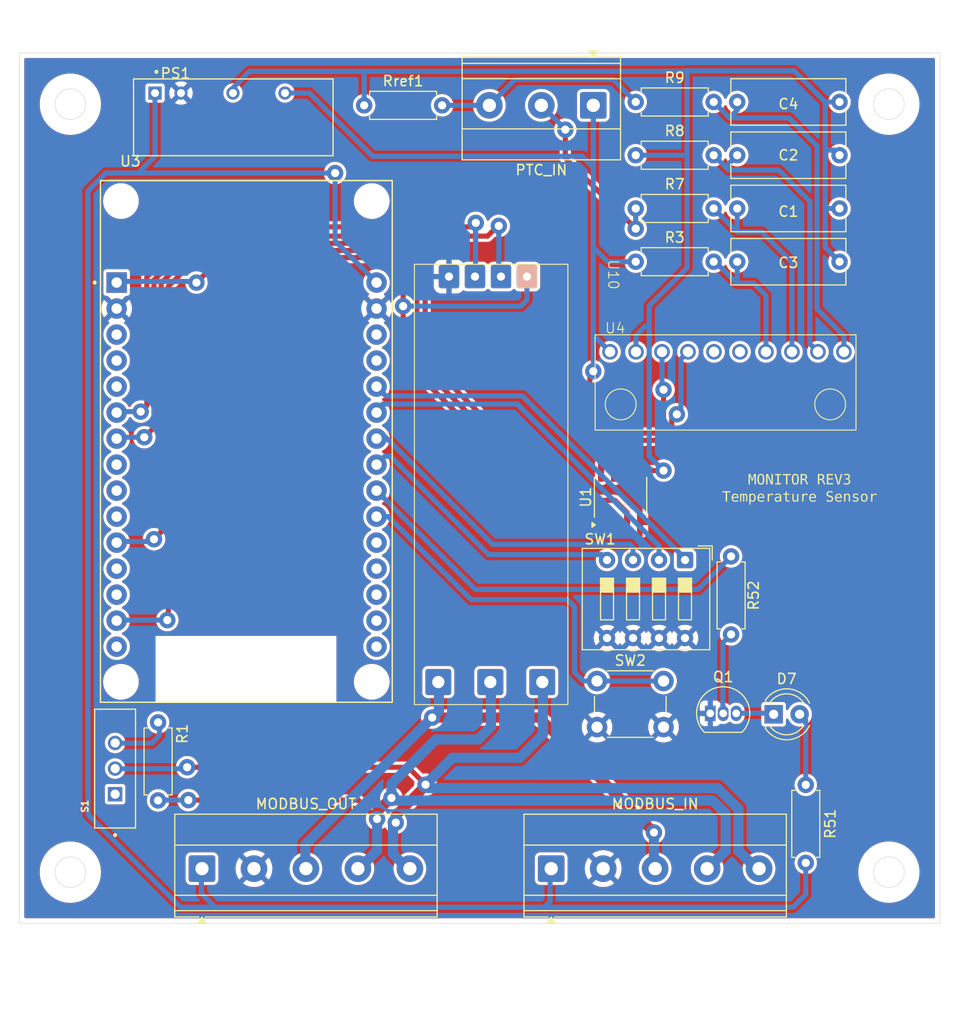
<source format=kicad_pcb>
(kicad_pcb (version 20241229) (generator "pcbnew") (generator_version "9.0")
  (layers (0 "F.Cu" signal) (2 "B.Cu" signal) (13 "F.Paste" user) (15 "B.Paste" user) (5 "F.SilkS" user "F.Silkscreen") (7 "B.SilkS" user "B.Silkscreen") (1 "F.Mask" user) (3 "B.Mask" user) (25 "Edge.Cuts" user))
  (net 0 "")
  (net 1 "GND_T")
  (net 2 "Net-(D7-A)")
  (net 3 "Net-(D7-K)")
  (net 4 "5V_ISO")
  (net 5 "GND_ISO")
  (net 6 "485+")
  (net 7 "485-")
  (net 8 "SDA_H")
  (net 9 "TX")
  (net 10 "GND")
  (net 11 "3V3")
  (net 12 "5V")
  (net 13 "SDA")
  (net 14 "RX")
  (net 15 "SCL_H")
  (net 16 "SCL")
  (net 17 "DIP_2")
  (net 18 "ALE")
  (net 19 "LED")
  (net 20 "BUTTOM")
  (net 21 "DIP_1")
  (net 22 "DIP_4")
  (net 23 "DIP_3")
  (net 24 "SIGNAL_OUT2")
  (net 25 "SIGNAL_OUT3")
  (net 26 "SIGNAL_OUT1")
  (net 27 "Net-(Q1-B)")
  (net 28 "ALE_H")
  (net 29 "Net-(R1-Pad1)")
  (net 47 "SIGNAL_OUT4")
  (net 48 "SIGNAL_2")
  (net 49 "SIGNAL_4")
  (footprint "ads1015:ADS1015" (layer "F.Cu") (at 141.76 71.54)
    (property "Reference" "U4" (at -10.28 3.35 0) (layer "F.SilkS") (effects (font (thickness 0.1))))
    (property "Value" "ADS1015")
    (pad "1" thru_hole circle (at -0.63 5.66) (size 1.524 1.524) (drill 1.016) (layers "*.Cu" "*.Mask"))
    (pad "2" thru_hole circle (at 1.91 5.66) (size 1.524 1.524) (drill 1.016) (layers "*.Cu" "*.Mask") (net 28 "ALE_H"))
    (pad "3" thru_hole circle (at -8.25 5.66) (size 1.524 1.524) (drill 1.016) (layers "*.Cu" "*.Mask") (net 5 "GND_ISO"))
    (pad "4" thru_hole circle (at 4.45 5.66) (size 1.524 1.524) (drill 1.016) (layers "*.Cu" "*.Mask") (net 26 "SIGNAL_OUT1"))
    (pad "5" thru_hole circle (at 6.99 5.66) (size 1.524 1.524) (drill 1.016) (layers "*.Cu" "*.Mask") (net 24 "SIGNAL_OUT2"))
    (pad "6" thru_hole circle (at 9.53 5.66) (size 1.524 1.524) (drill 1.016) (layers "*.Cu" "*.Mask") (net 25 "SIGNAL_OUT3"))
    (pad "7" thru_hole circle (at 12.07 5.66) (size 1.524 1.524) (drill 1.016) (layers "*.Cu" "*.Mask") (net 47 "SIGNAL_OUT4"))
    (pad "8" thru_hole circle (at -10.79 5.66) (size 1.524 1.524) (drill 1.016) (layers "*.Cu" "*.Mask") (net 4 "5V_ISO"))
    (pad "9" thru_hole circle (at -3.17 5.66) (size 1.524 1.524) (drill 1.016) (layers "*.Cu" "*.Mask") (net 8 "SDA_H"))
    (pad "10" thru_hole circle (at -5.71 5.66) (size 1.524 1.524) (drill 1.016) (layers "*.Cu" "*.Mask") (net 15 "SCL_H"))
  )
  (footprint "Package_TO_SOT_THT:TO-92_Inline" (layer "F.Cu") (at 140.76 112.51)
    (property "Reference" "Q1" (at 1.27 -3.56 0) (layer "F.SilkS"))
    (property "Value" "PN2222A")
    (pad "1" thru_hole rect (at 0 0) (size 1.05 1.5) (drill 0.75) (layers "*.Cu" "*.Mask") (net 10 "GND"))
    (pad "2" thru_hole oval (at 1.27 0) (size 1.05 1.5) (drill 0.75) (layers "*.Cu" "*.Mask") (net 27 "Net-(Q1-B)"))
    (pad "3" thru_hole oval (at 2.54 0) (size 1.05 1.5) (drill 0.75) (layers "*.Cu" "*.Mask") (net 3 "Net-(D7-K)"))
  )
  (footprint "Capacitor_THT:C_Rect_L11.0mm_W4.3mm_P10.00mm_MKT" (layer "F.Cu") (at 153.4 63.2 180)
    (property "Reference" "C1" (at 5 -0.3 0) (layer "F.SilkS"))
    (property "Value" "100nF")
    (pad "1" thru_hole circle (at 0 0 180) (size 1.6 1.6) (drill 0.8) (layers "*.Cu" "*.Mask") (net 5 "GND_ISO"))
    (pad "2" thru_hole circle (at 10 0 180) (size 1.6 1.6) (drill 0.8) (layers "*.Cu" "*.Mask") (net 24 "SIGNAL_OUT2"))
  )
  (footprint "Package_SO:SOIC-8_3.9x4.9mm_P1.27mm" (layer "F.Cu") (at 132 91.4 90)
    (property "Reference" "U1" (at 0 -3.4 90) (layer "F.SilkS"))
    (property "Value" "ADuM1201AR")
    (pad "1" smd roundrect (at -2.475 -1.905 90) (size 1.95 0.6) (layers "F.Cu" "F.Mask" "F.Paste") (net 11 "3V3"))
    (pad "2" smd roundrect (at -2.475 -0.635 90) (size 1.95 0.6) (layers "F.Cu" "F.Mask" "F.Paste") (net 16 "SCL"))
    (pad "3" smd roundrect (at -2.475 0.635 90) (size 1.95 0.6) (layers "F.Cu" "F.Mask" "F.Paste") (net 13 "SDA"))
    (pad "4" smd roundrect (at -2.475 1.905 90) (size 1.95 0.6) (layers "F.Cu" "F.Mask" "F.Paste") (net 10 "GND"))
    (pad "5" smd roundrect (at 2.475 1.905 90) (size 1.95 0.6) (layers "F.Cu" "F.Mask" "F.Paste") (net 5 "GND_ISO"))
    (pad "6" smd roundrect (at 2.475 0.635 90) (size 1.95 0.6) (layers "F.Cu" "F.Mask" "F.Paste") (net 8 "SDA_H"))
    (pad "7" smd roundrect (at 2.475 -0.635 90) (size 1.95 0.6) (layers "F.Cu" "F.Mask" "F.Paste") (net 15 "SCL_H"))
    (pad "8" smd roundrect (at 2.475 -1.905 90) (size 1.95 0.6) (layers "F.Cu" "F.Mask" "F.Paste") (net 4 "5V_ISO"))
  )
  (footprint "Resistor_THT:R_Axial_DIN0207_L6.3mm_D2.5mm_P7.62mm_Horizontal" (layer "F.Cu") (at 133.48 68.4)
    (property "Reference" "R3" (at 3.81 -2.37 0) (layer "F.SilkS"))
    (property "Value" "1K")
    (pad "1" thru_hole circle (at 0 0) (size 1.6 1.6) (drill 0.8) (layers "*.Cu" "*.Mask") (net 4 "5V_ISO"))
    (pad "2" thru_hole circle (at 7.62 0) (size 1.6 1.6) (drill 0.8) (layers "*.Cu" "*.Mask") (net 26 "SIGNAL_OUT1"))
  )
  (footprint "DC-DC:CONV_TMH_0505S" (layer "F.Cu") (at 94.15 54.3)
    (property "Reference" "PS1" (at -5.65 -4.3 0) (layer "F.SilkS"))
    (property "Value" "TMH_0505S")
    (pad "1" thru_hole rect (at -7.65 -2.373) (size 1.288 1.288) (drill 0.78) (layers "*.Cu" "*.Mask") (net 12 "5V"))
    (pad "2" thru_hole circle (at -5.11 -2.373) (size 1.288 1.288) (drill 0.78) (layers "*.Cu" "*.Mask") (net 10 "GND"))
    (pad "4" thru_hole circle (at -0.03 -2.373) (size 1.288 1.288) (drill 0.78) (layers "*.Cu" "*.Mask") (net 5 "GND_ISO"))
    (pad "6" thru_hole circle (at 5.05 -2.373) (size 1.288 1.288) (drill 0.78) (layers "*.Cu" "*.Mask") (net 4 "5V_ISO"))
  )
  (footprint "Resistor_THT:R_Axial_DIN0207_L6.3mm_D2.5mm_P7.62mm_Horizontal" (layer "F.Cu") (at 86.8 113.39 -90)
    (property "Reference" "R1" (at 1.11 -2.37 90) (layer "F.SilkS"))
    (property "Value" "330")
    (pad "1" thru_hole circle (at 0 0 270) (size 1.6 1.6) (drill 0.8) (layers "*.Cu" "*.Mask") (net 29 "Net-(R1-Pad1)"))
    (pad "2" thru_hole circle (at 7.62 0 270) (size 1.6 1.6) (drill 0.8) (layers "*.Cu" "*.Mask") (net 7 "485-"))
  )
  (footprint "xy-017:XY-017" (layer "F.Cu") (at 126.8 90.15 -90)
    (property "Reference" "U10" (at -20.5 -4.5 270) (layer "F.SilkS") (effects (font (thickness 0.1))))
    (property "Value" "RS485_TRANSCEIVER")
    (pad "1" thru_hole roundrect (at -20.3 3.95 270) (size 2.3 2) (drill 0.8) (layers "*.Cu" "*.Mask" "B.SilkS") (roundrect_rratio 0.125) (net 11 "3V3"))
    (pad "2" thru_hole roundrect (at -20.3 6.49 270) (size 2.3 2) (drill 0.8) (layers "*.Cu" "*.Mask") (roundrect_rratio 0.125) (net 9 "TX"))
    (pad "3" thru_hole roundrect (at -20.3 9.03 270) (size 2.3 2) (drill 0.8) (layers "*.Cu" "*.Mask") (roundrect_rratio 0.125) (net 14 "RX"))
    (pad "4" thru_hole roundrect (at -20.3 11.57 270) (size 2.3 2) (drill 0.8) (layers "*.Cu" "*.Mask") (roundrect_rratio 0.125) (net 10 "GND"))
    (pad "5" thru_hole roundrect (at 19.3 2.45 270) (size 2.54 2.54) (drill 1.2) (layers "*.Cu" "*.Mask") (roundrect_rratio 0.09842519685) (net 6 "485+"))
    (pad "6" thru_hole roundrect (at 19.3 7.53 270) (size 2.54 2.54) (drill 1.2) (layers "*.Cu" "*.Mask") (roundrect_rratio 0.09842519685) (net 7 "485-"))
    (pad "7" thru_hole roundrect (at 19.3 12.61 270) (size 2.54 2.54) (drill 1.2) (layers "*.Cu" "*.Mask") (roundrect_rratio 0.09842519685) (net 1 "GND_T"))
  )
  (footprint "Resistor_THT:R_Axial_DIN0207_L6.3mm_D2.5mm_P7.62mm_Horizontal" (layer "F.Cu") (at 106.94 53.1275)
    (property "Reference" "Rref1" (at 3.81 -2.37 0) (layer "F.SilkS"))
    (property "Value" "1K")
    (pad "1" thru_hole circle (at 0 0) (size 1.6 1.6) (drill 0.8) (layers "*.Cu" "*.Mask") (net 5 "GND_ISO"))
    (pad "2" thru_hole circle (at 7.62 0) (size 1.6 1.6) (drill 0.8) (layers "*.Cu" "*.Mask") (net 49 "SIGNAL_4"))
  )
  (footprint "LED_THT:LED_D4.0mm" (layer "F.Cu") (at 146.96 112.6)
    (property "Reference" "D7" (at 1.27 -3.46 0) (layer "F.SilkS"))
    (property "Value" "LED")
    (pad "1" thru_hole rect (at 0 0) (size 1.8 1.8) (drill 0.9) (layers "*.Cu" "*.Mask") (net 3 "Net-(D7-K)"))
    (pad "2" thru_hole circle (at 2.54 0) (size 1.8 1.8) (drill 0.9) (layers "*.Cu" "*.Mask") (net 2 "Net-(D7-A)"))
  )
  (footprint "Resistor_THT:R_Axial_DIN0207_L6.3mm_D2.5mm_P7.62mm_Horizontal" (layer "F.Cu") (at 142.8 104.8 90)
    (property "Reference" "R52" (at 3.81 2.2 90) (layer "F.SilkS"))
    (property "Value" "3.3k")
    (pad "1" thru_hole circle (at 0 0 90) (size 1.6 1.6) (drill 0.8) (layers "*.Cu" "*.Mask") (net 27 "Net-(Q1-B)"))
    (pad "2" thru_hole circle (at 7.62 0 90) (size 1.6 1.6) (drill 0.8) (layers "*.Cu" "*.Mask") (net 19 "LED"))
  )
  (footprint "Resistor_THT:R_Axial_DIN0207_L6.3mm_D2.5mm_P7.62mm_Horizontal" (layer "F.Cu") (at 150.1 127.11 90)
    (property "Reference" "R51" (at 3.81 2.4 90) (layer "F.SilkS"))
    (property "Value" "330")
    (pad "1" thru_hole circle (at 0 0 90) (size 1.6 1.6) (drill 0.8) (layers "*.Cu" "*.Mask") (net 12 "5V"))
    (pad "2" thru_hole circle (at 7.62 0 90) (size 1.6 1.6) (drill 0.8) (layers "*.Cu" "*.Mask") (net 2 "Net-(D7-A)"))
  )
  (footprint "Resistor_THT:R_Axial_DIN0207_L6.3mm_D2.5mm_P7.62mm_Horizontal" (layer "F.Cu") (at 133.48 58)
    (property "Reference" "R8" (at 3.81 -2.37 0) (layer "F.SilkS"))
    (property "Value" "1K")
    (pad "1" thru_hole circle (at 0 0) (size 1.6 1.6) (drill 0.8) (layers "*.Cu" "*.Mask") (net 5 "GND_ISO"))
    (pad "2" thru_hole circle (at 7.62 0) (size 1.6 1.6) (drill 0.8) (layers "*.Cu" "*.Mask") (net 25 "SIGNAL_OUT3"))
  )
  (footprint "Capacitor_THT:C_Rect_L11.0mm_W4.3mm_P10.00mm_MKT" (layer "F.Cu") (at 153.4 52.8 180)
    (property "Reference" "C4" (at 5 -0.2 0) (layer "F.SilkS"))
    (property "Value" "100nF")
    (pad "1" thru_hole circle (at 0 0 180) (size 1.6 1.6) (drill 0.8) (layers "*.Cu" "*.Mask") (net 5 "GND_ISO"))
    (pad "2" thru_hole circle (at 10 0 180) (size 1.6 1.6) (drill 0.8) (layers "*.Cu" "*.Mask") (net 47 "SIGNAL_OUT4"))
  )
  (footprint "Capacitor_THT:C_Rect_L11.0mm_W4.3mm_P10.00mm_MKT" (layer "F.Cu") (at 153.4 68.4 180)
    (property "Reference" "C3" (at 5 -0.1 0) (layer "F.SilkS"))
    (property "Value" "100nF")
    (pad "1" thru_hole circle (at 0 0 180) (size 1.6 1.6) (drill 0.8) (layers "*.Cu" "*.Mask") (net 5 "GND_ISO"))
    (pad "2" thru_hole circle (at 10 0 180) (size 1.6 1.6) (drill 0.8) (layers "*.Cu" "*.Mask") (net 26 "SIGNAL_OUT1"))
  )
  (footprint "Button_Switch_THT:SW_PUSH_6mm" (layer "F.Cu") (at 129.7 109.35)
    (property "Reference" "SW2" (at 3.25 -2 0) (layer "F.SilkS"))
    (property "Value" "SW_Push")
    (pad "1" thru_hole circle (at 0 0 90) (size 2 2) (drill 1.1) (layers "*.Cu" "*.Mask") (net 20 "BUTTOM"))
    (pad "1" thru_hole circle (at 6.5 0 90) (size 2 2) (drill 1.1) (layers "*.Cu" "*.Mask") (net 20 "BUTTOM"))
    (pad "2" thru_hole circle (at 0 4.5 90) (size 2 2) (drill 1.1) (layers "*.Cu" "*.Mask") (net 10 "GND"))
    (pad "2" thru_hole circle (at 6.5 4.5 90) (size 2 2) (drill 1.1) (layers "*.Cu" "*.Mask") (net 10 "GND"))
  )
  (footprint "TerminalBlock_Phoenix:TerminalBlock_Phoenix_MKDS-1,5-5-5.08_1x05_P5.08mm_Horizontal" (layer "F.Cu") (at 91.09 127.6725)
    (property "Reference" "MODBUS_OUT" (at 10.16 -6.32 0) (layer "F.SilkS"))
    (property "Value" "SCREW_TERMINAL_5")
    (pad "1" thru_hole roundrect (at 0 0) (size 2.6 2.6) (drill 1.3) (layers "*.Cu" "*.Mask") (roundrect_rratio 0.096154) (net 12 "5V"))
    (pad "2" thru_hole circle (at 5.08 0) (size 2.6 2.6) (drill 1.3) (layers "*.Cu" "*.Mask") (net 10 "GND"))
    (pad "3" thru_hole circle (at 10.16 0) (size 2.6 2.6) (drill 1.3) (layers "*.Cu" "*.Mask") (net 1 "GND_T"))
    (pad "4" thru_hole circle (at 15.24 0) (size 2.6 2.6) (drill 1.3) (layers "*.Cu" "*.Mask") (net 7 "485-"))
    (pad "5" thru_hole circle (at 20.32 0) (size 2.6 2.6) (drill 1.3) (layers "*.Cu" "*.Mask") (net 6 "485+"))
  )
  (footprint "Resistor_THT:R_Axial_DIN0207_L6.3mm_D2.5mm_P7.62mm_Horizontal" (layer "F.Cu") (at 133.48 52.8)
    (property "Reference" "R9" (at 3.81 -2.37 0) (layer "F.SilkS"))
    (property "Value" "1K")
    (pad "1" thru_hole circle (at 0 0) (size 1.6 1.6) (drill 0.8) (layers "*.Cu" "*.Mask") (net 49 "SIGNAL_4"))
    (pad "2" thru_hole circle (at 7.62 0) (size 1.6 1.6) (drill 0.8) (layers "*.Cu" "*.Mask") (net 47 "SIGNAL_OUT4"))
  )
  (footprint "Capacitor_THT:C_Rect_L11.0mm_W4.3mm_P10.00mm_MKT" (layer "F.Cu") (at 153.4 58 180)
    (property "Reference" "C2" (at 5 0 0) (layer "F.SilkS"))
    (property "Value" "100nF")
    (pad "1" thru_hole circle (at 0 0 180) (size 1.6 1.6) (drill 0.8) (layers "*.Cu" "*.Mask") (net 5 "GND_ISO"))
    (pad "2" thru_hole circle (at 10 0 180) (size 1.6 1.6) (drill 0.8) (layers "*.Cu" "*.Mask") (net 25 "SIGNAL_OUT3"))
  )
  (footprint "TerminalBlock_Phoenix:TerminalBlock_Phoenix_MKDS-1,5-3-5.08_1x03_P5.08mm_Horizontal" (layer "F.Cu") (at 129.335 53.1275 180)
    (property "Reference" "PTC_IN" (at 5.08 -6.32 0) (layer "F.SilkS"))
    (property "Value" "SCREW_TERMINAL_3")
    (pad "1" thru_hole roundrect (at 0 0 180) (size 2.6 2.6) (drill 1.3) (layers "*.Cu" "*.Mask") (roundrect_rratio 0.096154) (net 4 "5V_ISO"))
    (pad "2" thru_hole circle (at 5.08 0 180) (size 2.6 2.6) (drill 1.3) (layers "*.Cu" "*.Mask") (net 48 "SIGNAL_2"))
    (pad "3" thru_hole circle (at 10.16 0 180) (size 2.6 2.6) (drill 1.3) (layers "*.Cu" "*.Mask") (net 49 "SIGNAL_4"))
  )
  (footprint "Button_Switch_THT:SW_DIP_SPSTx04_Slide_9.78x12.34mm_W7.62mm_P2.54mm" (layer "F.Cu") (at 138.2975 97.5325 -90)
    (property "Reference" "SW1" (at -2.0325 8.2975 0) (layer "F.SilkS"))
    (property "Value" "SW_DIP_x04")
    (pad "1" thru_hole roundrect (at 0 0 270) (size 1.6 1.6) (drill 0.8) (layers "*.Cu" "*.Mask") (roundrect_rratio 0.15625) (net 21 "DIP_1"))
    (pad "2" thru_hole circle (at 0 2.54 270) (size 1.6 1.6) (drill 0.8) (layers "*.Cu" "*.Mask") (net 17 "DIP_2"))
    (pad "3" thru_hole circle (at 0 5.08 270) (size 1.6 1.6) (drill 0.8) (layers "*.Cu" "*.Mask") (net 23 "DIP_3"))
    (pad "4" thru_hole circle (at 0 7.62 270) (size 1.6 1.6) (drill 0.8) (layers "*.Cu" "*.Mask") (net 22 "DIP_4"))
    (pad "5" thru_hole circle (at 7.62 7.62 270) (size 1.6 1.6) (drill 0.8) (layers "*.Cu" "*.Mask") (net 10 "GND"))
    (pad "6" thru_hole circle (at 7.62 5.08 270) (size 1.6 1.6) (drill 0.8) (layers "*.Cu" "*.Mask") (net 10 "GND"))
    (pad "7" thru_hole circle (at 7.62 2.54 270) (size 1.6 1.6) (drill 0.8) (layers "*.Cu" "*.Mask") (net 10 "GND"))
    (pad "8" thru_hole circle (at 7.62 0 270) (size 1.6 1.6) (drill 0.8) (layers "*.Cu" "*.Mask") (net 10 "GND"))
  )
  (footprint "ESP32-DEVKIT-V1:MODULE_ESP32_DEVKIT_V1" (layer "F.Cu") (at 95.45 85.95)
    (property "Reference" "U3" (at -11.355 -27.36 0) (layer "F.SilkS"))
    (property "Value" "ESP32-DEVKIT-V1")
    (pad "" np_thru_hole circle (at -12.28 -23.475) (size 3 3) (drill 3) (layers "*.Cu" "*.Mask"))
    (pad "" np_thru_hole circle (at -12.28 23.475) (size 3 3) (drill 3) (layers "*.Cu" "*.Mask"))
    (pad "" np_thru_hole circle (at 12.23 -23.475) (size 3 3) (drill 3) (layers "*.Cu" "*.Mask"))
    (pad "" np_thru_hole circle (at 12.23 23.475) (size 3 3) (drill 3) (layers "*.Cu" "*.Mask"))
    (pad "1" thru_hole rect (at -12.7 -15.515) (size 2 2) (drill 1.02) (layers "*.Cu" "*.Mask") (net 11 "3V3"))
    (pad "2" thru_hole circle (at -12.7 -12.975) (size 2 2) (drill 1.02) (layers "*.Cu" "*.Mask") (net 10 "GND"))
    (pad "3" thru_hole circle (at -12.7 -10.435) (size 2 2) (drill 1.02) (layers "*.Cu" "*.Mask"))
    (pad "4" thru_hole circle (at -12.7 -7.895) (size 2 2) (drill 1.02) (layers "*.Cu" "*.Mask"))
    (pad "5" thru_hole circle (at -12.7 -5.355) (size 2 2) (drill 1.02) (layers "*.Cu" "*.Mask"))
    (pad "6" thru_hole circle (at -12.7 -2.815) (size 2 2) (drill 1.02) (layers "*.Cu" "*.Mask") (net 14 "RX"))
    (pad "7" thru_hole circle (at -12.7 -0.275) (size 2 2) (drill 1.02) (layers "*.Cu" "*.Mask") (net 9 "TX"))
    (pad "8" thru_hole circle (at -12.7 2.265) (size 2 2) (drill 1.02) (layers "*.Cu" "*.Mask"))
    (pad "9" thru_hole circle (at -12.7 4.805) (size 2 2) (drill 1.02) (layers "*.Cu" "*.Mask"))
    (pad "10" thru_hole circle (at -12.7 7.345) (size 2 2) (drill 1.02) (layers "*.Cu" "*.Mask"))
    (pad "11" thru_hole circle (at -12.7 9.885) (size 2 2) (drill 1.02) (layers "*.Cu" "*.Mask") (net 13 "SDA"))
    (pad "12" thru_hole circle (at -12.7 12.425) (size 2 2) (drill 1.02) (layers "*.Cu" "*.Mask"))
    (pad "13" thru_hole circle (at -12.7 14.965) (size 2 2) (drill 1.02) (layers "*.Cu" "*.Mask"))
    (pad "14" thru_hole circle (at -12.7 17.505) (size 2 2) (drill 1.02) (layers "*.Cu" "*.Mask") (net 16 "SCL"))
    (pad "15" thru_hole circle (at -12.7 20.045) (size 2 2) (drill 1.02) (layers "*.Cu" "*.Mask"))
    (pad "16" thru_hole circle (at 12.7 20.045) (size 2 2) (drill 1.02) (layers "*.Cu" "*.Mask"))
    (pad "17" thru_hole circle (at 12.7 17.505) (size 2 2) (drill 1.02) (layers "*.Cu" "*.Mask"))
    (pad "18" thru_hole circle (at 12.7 14.965) (size 2 2) (drill 1.02) (layers "*.Cu" "*.Mask"))
    (pad "19" thru_hole circle (at 12.7 12.425) (size 2 2) (drill 1.02) (layers "*.Cu" "*.Mask"))
    (pad "20" thru_hole circle (at 12.7 9.885) (size 2 2) (drill 1.02) (layers "*.Cu" "*.Mask"))
    (pad "21" thru_hole circle (at 12.7 7.345) (size 2 2) (drill 1.02) (layers "*.Cu" "*.Mask") (net 20 "BUTTOM"))
    (pad "22" thru_hole circle (at 12.7 4.805) (size 2 2) (drill 1.02) (layers "*.Cu" "*.Mask") (net 19 "LED"))
    (pad "23" thru_hole circle (at 12.7 2.265) (size 2 2) (drill 1.02) (layers "*.Cu" "*.Mask") (net 22 "DIP_4"))
    (pad "24" thru_hole circle (at 12.7 -0.275) (size 2 2) (drill 1.02) (layers "*.Cu" "*.Mask") (net 23 "DIP_3"))
    (pad "25" thru_hole circle (at 12.7 -2.815) (size 2 2) (drill 1.02) (layers "*.Cu" "*.Mask") (net 17 "DIP_2"))
    (pad "26" thru_hole circle (at 12.7 -5.355) (size 2 2) (drill 1.02) (layers "*.Cu" "*.Mask") (net 21 "DIP_1"))
    (pad "27" thru_hole circle (at 12.7 -7.895) (size 2 2) (drill 1.02) (layers "*.Cu" "*.Mask"))
    (pad "28" thru_hole circle (at 12.7 -10.435) (size 2 2) (drill 1.02) (layers "*.Cu" "*.Mask") (net 18 "ALE"))
    (pad "29" thru_hole circle (at 12.7 -12.975) (size 2 2) (drill 1.02) (layers "*.Cu" "*.Mask") (net 10 "GND"))
    (pad "30" thru_hole circle (at 12.7 -15.515) (size 2 2) (drill 1.02) (layers "*.Cu" "*.Mask") (net 12 "5V"))
    (zone (net 0) (net_name "") (layer "F.Cu") (connect_pads (clearance 0)) (min_thickness 0.01)
      (keepout (tracks not_allowed) (vias not_allowed) (pads not_allowed) (copperpour not_allowed) (footprints allowed))
      (fill (thermal_gap 0.508) (thermal_bridge_width 0.508))
      (polygon (pts (xy 86.54 104.935) (xy 104.23 104.935) (xy 104.23 111.425) (xy 86.54 111.425)))
    )
    (zone (net 0) (net_name "") (layer "B.Cu") (connect_pads (clearance 0)) (min_thickness 0.01)
      (keepout (tracks not_allowed) (vias not_allowed) (pads not_allowed) (copperpour not_allowed) (footprints allowed))
      (fill (thermal_gap 0.508) (thermal_bridge_width 0.508))
      (polygon (pts (xy 86.54 104.935) (xy 104.23 104.935) (xy 104.23 111.425) (xy 86.54 111.425)))
    )
  )
  (footprint "TerminalBlock_Phoenix:TerminalBlock_Phoenix_MKDS-1,5-5-5.08_1x05_P5.08mm_Horizontal" (layer "F.Cu") (at 125.22 127.6725)
    (property "Reference" "MODBUS_IN" (at 10.16 -6.32 0) (layer "F.SilkS"))
    (property "Value" "SCREW_TERMINAL_5")
    (pad "1" thru_hole roundrect (at 0 0) (size 2.6 2.6) (drill 1.3) (layers "*.Cu" "*.Mask") (roundrect_rratio 0.096154) (net 12 "5V"))
    (pad "2" thru_hole circle (at 5.08 0) (size 2.6 2.6) (drill 1.3) (layers "*.Cu" "*.Mask") (net 10 "GND"))
    (pad "3" thru_hole circle (at 10.16 0) (size 2.6 2.6) (drill 1.3) (layers "*.Cu" "*.Mask") (net 1 "GND_T"))
    (pad "4" thru_hole circle (at 15.24 0) (size 2.6 2.6) (drill 1.3) (layers "*.Cu" "*.Mask") (net 7 "485-"))
    (pad "5" thru_hole circle (at 20.32 0) (size 2.6 2.6) (drill 1.3) (layers "*.Cu" "*.Mask") (net 6 "485+"))
  )
  (footprint "Resistor_THT:R_Axial_DIN0207_L6.3mm_D2.5mm_P7.62mm_Horizontal" (layer "F.Cu") (at 133.48 63.2)
    (property "Reference" "R7" (at 3.81 -2.37 0) (layer "F.SilkS"))
    (property "Value" "1K")
    (pad "1" thru_hole circle (at 0 0) (size 1.6 1.6) (drill 0.8) (layers "*.Cu" "*.Mask") (net 48 "SIGNAL_2"))
    (pad "2" thru_hole circle (at 7.62 0) (size 1.6 1.6) (drill 0.8) (layers "*.Cu" "*.Mask") (net 24 "SIGNAL_OUT2"))
  )
  (footprint "MINI-SPDT-SW:SW_MINI-SPDT-SW" (layer "F.Cu") (at 82.6 117.9 90)
    (property "Reference" "S1" (at -3.683 -2.9464 90) (layer "F.SilkS") (effects (font (size 0.64 0.64))))
    (property "Value" "MINI-SPDT-SW")
    (pad "1" thru_hole rect (at -2.5 0 90) (size 1.408 1.408) (drill 0.9) (layers "*.Cu" "*.Mask"))
    (pad "2" thru_hole circle (at 0 0 90) (size 1.408 1.408) (drill 0.9) (layers "*.Cu" "*.Mask") (net 6 "485+"))
    (pad "3" thru_hole circle (at 2.5 0 90) (size 1.408 1.408) (drill 0.9) (layers "*.Cu" "*.Mask") (net 29 "Net-(R1-Pad1)"))
  )
  (gr_rect (start 73.225 48.015) (end 163.225 133.015) (stroke (width 0.05)) (fill no) (layer "Edge.Cuts"))
  (gr_circle (center 158.225 53.015) (end 159.725 53.015) (stroke (width 0.05)) (fill no) (layer "Edge.Cuts"))
  (gr_circle (center 78.225 128.015) (end 79.725 128.015) (stroke (width 0.05)) (fill no) (layer "Edge.Cuts"))
  (gr_circle (center 158.225 128.015) (end 159.725 128.015) (stroke (width 0.05)) (fill no) (layer "Edge.Cuts"))
  (gr_circle (center 78.225 53.015) (end 79.725 53.015) (stroke (width 0.05)) (fill no) (layer "Edge.Cuts"))
  (gr_text "MONITOR REV3\nTemperature Sensor" (at 149.5 92 0) (layer "F.SilkS") (effects (font (size 1 1) (thickness 0.1)) (justify bottom)))
  (segment (start 135.33 124.21) (end 135.26 124.14) (width 1) (layer "F.Cu") (net 1))
  (segment (start 135.26 124.14) (end 124.04 112.92) (width 1) (layer "F.Cu") (net 1))
  (segment (start 124.04 112.92) (end 113.59 112.92) (width 1) (layer "F.Cu") (net 1))
  (via (at 135.26 124.14) (size 1.6) (drill 0.8) (layers "F.Cu" "B.Cu") (net 1))
  (via (at 113.59 112.92) (size 1.6) (drill 0.8) (layers "F.Cu" "B.Cu") (net 1))
  (segment (start 114.245 112.265) (end 112.16 114.35) (width 1) (layer "B.Cu") (net 1))
  (segment (start 112.16 114.35) (end 113.59 112.92) (width 1) (layer "B.Cu") (net 1))
  (segment (start 135.26 127.83) (end 135.27 127.84) (width 1) (layer "B.Cu") (net 1))
  (segment (start 101.19 127.84) (end 101.19 125.32) (width 1) (layer "B.Cu") (net 1))
  (segment (start 114.245 109.14) (end 114.245 112.265) (width 1) (layer "B.Cu") (net 1))
  (segment (start 101.19 125.32) (end 112.16 114.35) (width 1) (layer "B.Cu") (net 1))
  (segment (start 114.245 112.265) (end 113.59 112.92) (width 1) (layer "B.Cu") (net 1))
  (segment (start 135.26 124.14) (end 135.26 127.83) (width 1) (layer "B.Cu") (net 1))
  (segment (start 150.1 119.49) (end 150.1 113.2) (width 0.5) (layer "B.Cu") (net 2))
  (segment (start 150.1 113.2) (end 149.5 112.6) (width 0.5) (layer "B.Cu") (net 2))
  (segment (start 146.91 112.49) (end 143.26 112.49) (width 0.5) (layer "B.Cu") (net 3))
  (segment (start 143.26 112.49) (end 143.2 112.55) (width 0.5) (layer "B.Cu") (net 3))
  (segment (start 130.095 86.395) (end 130.095 88.925) (width 0.5) (layer "F.Cu") (net 4))
  (segment (start 129 79.435) (end 129 84.9) (width 0.5) (layer "F.Cu") (net 4))
  (segment (start 129 84.9) (end 129 85.3) (width 0.5) (layer "F.Cu") (net 4))
  (segment (start 129 85.3) (end 130.095 86.395) (width 0.5) (layer "F.Cu") (net 4))
  (segment (start 129 85.3) (end 130.025 86.325) (width 0.5) (layer "F.Cu") (net 4))
  (segment (start 129.335 79.1) (end 129 79.435) (width 0.5) (layer "F.Cu") (net 4))
  (via (at 129.335 79.1) (size 1.6) (drill 0.8) (layers "F.Cu" "B.Cu") (net 4))
  (segment (start 129.335 55.665) (end 129.335 53.1275) (width 0.5) (layer "B.Cu") (net 4))
  (segment (start 129.335 75.565) (end 129.335 79.1) (width 0.5) (layer "B.Cu") (net 4))
  (segment (start 129.335 59.2) (end 129.335 67) (width 0.5) (layer "B.Cu") (net 4))
  (segment (start 101.586732 51.927) (end 107.759732 58.1) (width 0.5) (layer "B.Cu") (net 4))
  (segment (start 129.335 79.1) (end 129.335 79.165) (width 0.5) (layer "B.Cu") (net 4))
  (segment (start 129.5 53.2925) (end 129.335 53.1275) (width 0.5) (layer "B.Cu") (net 4))
  (segment (start 133.48 68.4) (end 130.735 68.4) (width 0.5) (layer "B.Cu") (net 4))
  (segment (start 128.235 58.1) (end 129.335 59.2) (width 0.5) (layer "B.Cu") (net 4))
  (segment (start 99.2 51.927) (end 101.586732 51.927) (width 0.5) (layer "B.Cu") (net 4))
  (segment (start 129.335 67) (end 129.335 75.565) (width 0.5) (layer "B.Cu") (net 4))
  (segment (start 107.759732 58.1) (end 128.235 58.1) (width 0.5) (layer "B.Cu") (net 4))
  (segment (start 129.335 53.1275) (end 129.335 59.2) (width 0.5) (layer "B.Cu") (net 4))
  (segment (start 129.335 79.165) (end 129.3 79.2) (width 0.5) (layer "B.Cu") (net 4))
  (segment (start 130.735 68.4) (end 129.335 67) (width 0.5) (layer "B.Cu") (net 4))
  (segment (start 129.335 75.565) (end 130.97 77.2) (width 0.5) (layer "B.Cu") (net 4))
  (segment (start 129.335 53.1275) (end 129.51516 53.30766) (width 0.5) (layer "B.Cu") (net 4))
  (segment (start 134.03 88.8) (end 133.905 88.925) (width 0.5) (layer "F.Cu") (net 5))
  (segment (start 136.2 88.8) (end 134.03 88.8) (width 0.5) (layer "F.Cu") (net 5))
  (via (at 136.2 88.8) (size 1.6) (drill 0.8) (layers "F.Cu" "B.Cu") (net 5))
  (segment (start 133.51 77.2) (end 133.51 75.59) (width 0.5) (layer "B.Cu") (net 5))
  (segment (start 106.94 53.1275) (end 106.94 49.96) (width 0.5) (layer "B.Cu") (net 5))
  (segment (start 134.8 74.7) (end 134.8 87.4) (width 0.5) (layer "B.Cu") (net 5))
  (segment (start 152 52.8) (end 152 57.5) (width 0.5) (layer "B.Cu") (net 5))
  (segment (start 133.51 75.59) (end 134.4 74.7) (width 0.5) (layer "B.Cu") (net 5))
  (segment (start 106.78 49.8) (end 95.75 49.8) (width 0.5) (layer "B.Cu") (net 5))
  (segment (start 95.75 49.8) (end 94.12 51.43) (width 0.5) (layer "B.Cu") (net 5))
  (segment (start 134.8 87.4) (end 136.2 88.8) (width 0.5) (layer "B.Cu") (net 5))
  (segment (start 148.95 49.75) (end 149.85 50.65) (width 0.5) (layer "B.Cu") (net 5))
  (segment (start 152 57.5) (end 152.9 57.5) (width 0.5) (layer "B.Cu") (net 5))
  (segment (start 134.8 72.7) (end 134.8 74.7) (width 0.5) (layer "B.Cu") (net 5))
  (segment (start 138.5 58) (end 138.5 69) (width 0.5) (layer "B.Cu") (net 5))
  (segment (start 106.94 49.96) (end 106.78 49.8) (width 0.5) (layer "B.Cu") (net 5))
  (segment (start 94.12 51.43) (end 94.12 51.927) (width 0.5) (layer "B.Cu") (net 5))
  (segment (start 138.35 49.75) (end 148.95 49.75) (width 0.5) (layer "B.Cu") (net 5))
  (segment (start 134.4 74.7) (end 134.8 74.7) (width 0.5) (layer "B.Cu") (net 5))
  (segment (start 153.4 52.8) (end 152 52.8) (width 0.5) (layer "B.Cu") (net 5))
  (segment (start 152 63) (end 152 67) (width 0.5) (layer "B.Cu") (net 5))
  (segment (start 138.5 69) (end 134.8 72.7) (width 0.5) (layer "B.Cu") (net 5))
  (segment (start 152.2 63.2) (end 153.4 63.2) (width 0.5) (layer "B.Cu") (net 5))
  (segment (start 152.9 57.5) (end 153.4 58) (width 0.5) (layer "B.Cu") (net 5))
  (segment (start 106.94 49.96) (end 107.1 49.8) (width 0.5) (layer "B.Cu") (net 5))
  (segment (start 152 52.8) (end 149.85 50.65) (width 0.5) (layer "B.Cu") (net 5))
  (segment (start 138.5 50) (end 138.3 49.8) (width 0.5) (layer "B.Cu") (net 5))
  (segment (start 133.48 58) (end 138.5 58) (width 0.5) (layer "B.Cu") (net 5))
  (segment (start 138.3 49.8) (end 138.35 49.75) (width 0.5) (layer "B.Cu") (net 5))
  (segment (start 138.5 58) (end 138.5 50) (width 0.5) (layer "B.Cu") (net 5))
  (segment (start 152 63) (end 152.2 63.2) (width 0.5) (layer "B.Cu") (net 5))
  (segment (start 152 57.5) (end 152 63) (width 0.5) (layer "B.Cu") (net 5))
  (segment (start 107.1 49.8) (end 138.3 49.8) (width 0.5) (layer "B.Cu") (net 5))
  (segment (start 152 67) (end 153.4 68.4) (width 0.5) (layer "B.Cu") (net 5))
  (segment (start 110.03 122.48) (end 110.03 123.18) (width 1) (layer "F.Cu") (net 6))
  (segment (start 112.94 119.57) (end 110.03 122.48) (width 1) (layer "F.Cu") (net 6))
  (segment (start 111.24 117.77) (end 89.64 117.77) (width 0.5) (layer "F.Cu") (net 6))
  (segment (start 112.94 119.47) (end 111.24 117.77) (width 0.5) (layer "F.Cu") (net 6))
  (segment (start 112.94 119.47) (end 112.94 119.57) (width 1) (layer "F.Cu") (net 6))
  (via (at 89.64 117.77) (size 1.6) (drill 0.8) (layers "F.Cu" "B.Cu") (net 6))
  (via (at 110.03 123.18) (size 1.6) (drill 0.8) (layers "F.Cu" "B.Cu") (net 6))
  (via (at 112.94 119.47) (size 1.6) (drill 0.8) (layers "F.Cu" "B.Cu") (net 6))
  (segment (start 141.485 119.81) (end 143.5 121.825) (width 1) (layer "B.Cu") (net 6))
  (segment (start 112.94 119.47) (end 113.28 119.81) (width 1) (layer "B.Cu") (net 6))
  (segment (start 109.76 126.25) (end 109.76 123.45) (width 1) (layer "B.Cu") (net 6))
  (segment (start 123.32 119.81) (end 122.83 119.81) (width 1) (layer "B.Cu") (net 6))
  (segment (start 124.405 114.585) (end 124.405 109.14) (width 1) (layer "B.Cu") (net 6))
  (segment (start 145.43 127.84) (end 143.522 125.932) (width 1) (layer "B.Cu") (net 6))
  (segment (start 122.14 116.85) (end 124.405 114.585) (width 1) (layer "B.Cu") (net 6))
  (segment (start 109.76 123.45) (end 110.03 123.18) (width 1) (layer "B.Cu") (net 6))
  (segment (start 111.35 127.84) (end 109.76 126.25) (width 1) (layer "B.Cu") (net 6))
  (segment (start 143.522 125.932) (end 143.522 121.825) (width 1) (layer "B.Cu") (net 6))
  (segment (start 124.405 109.14) (end 124.51 109.245) (width 1) (layer "B.Cu") (net 6))
  (segment (start 113.28 119.81) (end 122.83 119.81) (width 1) (layer "B.Cu") (net 6))
  (segment (start 115.56 116.85) (end 122.14 116.85) (width 1) (layer "B.Cu") (net 6))
  (segment (start 145.43 127.02) (end 145.43 127.84) (width 1) (layer "B.Cu") (net 6))
  (segment (start 89.4875 117.9225) (end 89.64 117.77) (width 0.5) (layer "B.Cu") (net 6))
  (segment (start 122.83 119.81) (end 141.485 119.81) (width 1) (layer "B.Cu") (net 6))
  (segment (start 83 117.9225) (end 89.4875 117.9225) (width 0.5) (layer "B.Cu") (net 6))
  (segment (start 112.94 119.47) (end 115.56 116.85) (width 1) (layer "B.Cu") (net 6))
  (segment (start 108.2 122.82) (end 106.36 120.98) (width 0.5) (layer "F.Cu") (net 7))
  (segment (start 108.2 122.82) (end 108.2 122.117968) (width 1) (layer "F.Cu") (net 7))
  (segment (start 109.547968 120.77) (end 109.603984 120.77) (width 1) (layer "F.Cu") (net 7))
  (segment (start 108.2 122.117968) (end 109.547968 120.77) (width 1) (layer "F.Cu") (net 7))
  (segment (start 106.36 120.98) (end 89.76 120.98) (width 0.5) (layer "F.Cu") (net 7))
  (via (at 109.603984 120.77) (size 1.6) (drill 0.8) (layers "F.Cu" "B.Cu") (net 7))
  (via (at 89.76 120.98) (size 1.6) (drill 0.8) (layers "F.Cu" "B.Cu") (net 7))
  (via (at 108.2 122.82) (size 1.6) (drill 0.8) (layers "F.Cu" "B.Cu") (net 7))
  (segment (start 113.957056 115.06) (end 118.08 115.06) (width 1) (layer "B.Cu") (net 7))
  (segment (start 108.2 125.91) (end 108.2 122.82) (width 1) (layer "B.Cu") (net 7))
  (segment (start 109.603984 119.413072) (end 113.957056 115.06) (width 1) (layer "B.Cu") (net 7))
  (segment (start 109.603984 120.77) (end 109.603984 119.413072) (width 1) (layer "B.Cu") (net 7))
  (segment (start 109.853984 121.02) (end 109.603984 120.77) (width 1) (layer "B.Cu") (net 7))
  (segment (start 118.08 115.06) (end 119.325 113.815) (width 1) (layer "B.Cu") (net 7))
  (segment (start 142.27 125.92) (end 142.27 122.31) (width 1) (layer "B.Cu") (net 7))
  (segment (start 89.76 120.98) (end 86.96 120.98) (width 0.5) (layer "B.Cu") (net 7))
  (segment (start 86.96 120.98) (end 86.93 121.01) (width 0.5) (layer "B.Cu") (net 7))
  (segment (start 140.35 127.84) (end 142.27 125.92) (width 1) (layer "B.Cu") (net 7))
  (segment (start 142.27 122.31) (end 140.98 121.02) (width 1) (layer "B.Cu") (net 7))
  (segment (start 140.98 121.02) (end 109.853984 121.02) (width 1) (layer "B.Cu") (net 7))
  (segment (start 106.27 127.84) (end 108.2 125.91) (width 1) (layer "B.Cu") (net 7))
  (segment (start 119.325 113.815) (end 119.325 109.14) (width 1) (layer "B.Cu") (net 7))
  (segment (start 136.6 85.8425) (end 133.5575 85.8425) (width 0.5) (layer "F.Cu") (net 8))
  (segment (start 132.635 86.765) (end 132.635 88.925) (width 0.5) (layer "F.Cu") (net 8))
  (segment (start 133.5575 85.8425) (end 132.635 86.765) (width 0.5) (layer "F.Cu") (net 8))
  (segment (start 137 83.8) (end 137 85.4425) (width 0.5) (layer "F.Cu") (net 8))
  (segment (start 137.5 83.3) (end 137 83.8) (width 0.5) (layer "F.Cu") (net 8))
  (segment (start 137 85.4425) (end 136.6 85.8425) (width 0.5) (layer "F.Cu") (net 8))
  (via (at 137.5 83.3) (size 1.6) (drill 0.8) (layers "F.Cu" "B.Cu") (net 8))
  (segment (start 137.9 82.9) (end 137.5 83.3) (width 0.5) (layer "B.Cu") (net 8))
  (segment (start 138.59 77.2) (end 137.9 77.89) (width 0.5) (layer "B.Cu") (net 8))
  (segment (start 137.9 77.89) (end 137.9 82.9) (width 0.5) (layer "B.Cu") (net 8))
  (segment (start 86.4 84.59) (end 86.4 70.18995) (width 0.5) (layer "F.Cu") (net 9))
  (segment (start 92.119737 65.899) (end 110.230263 65.898999) (width 0.5) (layer "F.Cu") (net 9))
  (segment (start 120 64.9) (end 120.1 64.9) (width 0.5) (layer "F.Cu") (net 9))
  (segment (start 92.118736 65.9) (end 92.119737 65.899) (width 0.5) (layer "F.Cu") (net 9))
  (segment (start 110.230263 65.898999) (end 110.231264 65.9) (width 0.5) (layer "F.Cu") (net 9))
  (segment (start 85.45 85.54) (end 86.4 84.59) (width 0.5) (layer "F.Cu") (net 9))
  (segment (start 86.4 70.18995) (end 90.689951 65.9) (width 0.5) (layer "F.Cu") (net 9))
  (segment (start 119 65.9) (end 120 64.9) (width 0.5) (layer "F.Cu") (net 9))
  (segment (start 90.689951 65.9) (end 92.118736 65.9) (width 0.5) (layer "F.Cu") (net 9))
  (segment (start 110.231264 65.9) (end 119 65.9) (width 0.5) (layer "F.Cu") (net 9))
  (via (at 120.1 64.9) (size 1.6) (drill 0.8) (layers "F.Cu" "B.Cu") (net 9))
  (via (at 85.45 85.54) (size 1.6) (drill 0.8) (layers "F.Cu" "B.Cu") (net 9))
  (segment (start 120.1 66.335) (end 120.1 64.9) (width 0.5) (layer "B.Cu") (net 9))
  (segment (start 120.365 69.54) (end 120.1 69.275) (width 0.5) (layer "B.Cu") (net 9))
  (segment (start 120.1 69.275) (end 120.1 64.9) (width 0.5) (layer "B.Cu") (net 9))
  (segment (start 82.675 85.54) (end 82.65 85.565) (width 0.5) (layer "B.Cu") (net 9))
  (segment (start 85.45 85.54) (end 82.675 85.54) (width 0.5) (layer "B.Cu") (net 9))
  (segment (start 126 93.2) (end 110.75 77.95) (width 0.5) (layer "F.Cu") (net 11))
  (segment (start 92.99 68) (end 109.36 68) (width 0.5) (layer "F.Cu") (net 11))
  (segment (start 90.55 70.44) (end 92.99 68) (width 0.5) (layer "F.Cu") (net 11))
  (segment (start 109.36 68) (end 110.75 69.39) (width 0.5) (layer "F.Cu") (net 11))
  (segment (start 129.42 93.2) (end 126 93.2) (width 0.5) (layer "F.Cu") (net 11))
  (segment (start 110.75 69.39) (end 110.75 72.74) (width 0.5) (layer "F.Cu") (net 11))
  (segment (start 110.75 77.95) (end 110.75 72.74) (width 0.5) (layer "F.Cu") (net 11))
  (segment (start 130.095 93.875) (end 129.42 93.2) (width 0.5) (layer "F.Cu") (net 11))
  (via (at 110.75 72.74) (size 1.6) (drill 0.8) (layers "F.Cu" "B.Cu") (net 11))
  (via (at 90.55 70.44) (size 1.6) (drill 0.8) (layers "F.Cu" "B.Cu") (net 11))
  (segment (start 110.75 72.74) (end 115 72.74) (width 0.5) (layer "B.Cu") (net 11))
  (segment (start 90.55 70.44) (end 90.435 70.325) (width 0.5) (layer "B.Cu") (net 11))
  (segment (start 122.85 69.595) (end 122.905 69.54) (width 0.5) (layer "B.Cu") (net 11))
  (segment (start 122.26 72.74) (end 122.85 72.15) (width 0.5) (layer "B.Cu") (net 11))
  (segment (start 122.85 72.15) (end 122.85 69.595) (width 0.5) (layer "B.Cu") (net 11))
  (segment (start 90.435 70.325) (end 82.65 70.325) (width 0.5) (layer "B.Cu") (net 11))
  (segment (start 115 72.74) (end 122.26 72.74) (width 0.5) (layer "B.Cu") (net 11))
  (segment (start 104.3 59.54) (end 104.1 59.74) (width 0.5) (layer "F.Cu") (net 12))
  (via (at 104.1 59.74) (size 1.6) (drill 0.8) (layers "F.Cu" "B.Cu") (net 12))
  (segment (start 104.1 66.375) (end 104.1 59.74) (width 0.5) (layer "B.Cu") (net 12))
  (segment (start 79.95 122.39) (end 89 131.44) (width 0.5) (layer "B.Cu") (net 12))
  (segment (start 104.1 59.74) (end 84.85 59.74) (width 0.5) (layer "B.Cu") (net 12))
  (segment (start 92.38 131.44) (end 91.03 130.09) (width 0.5) (layer "B.Cu") (net 12))
  (segment (start 124.55 131.44) (end 148.86 131.44) (width 0.5) (layer "B.Cu") (net 12))
  (segment (start 86.5 51.927) (end 86.5 58.09) (width 0.5) (layer "B.Cu") (net 12))
  (segment (start 125.11 130.88) (end 124.55 131.44) (width 0.5) (layer "B.Cu") (net 12))
  (segment (start 148.86 131.44) (end 150.1 130.2) (width 0.5) (layer "B.Cu") (net 12))
  (segment (start 84.85 59.74) (end 81.7 59.74) (width 0.5) (layer "B.Cu") (net 12))
  (segment (start 108.05 70.325) (end 104.1 66.375) (width 0.5) (layer "B.Cu") (net 12))
  (segment (start 124.55 131.44) (end 92.38 131.44) (width 0.5) (layer "B.Cu") (net 12))
  (segment (start 81.7 59.74) (end 79.95 61.49) (width 0.5) (layer "B.Cu") (net 12))
  (segment (start 79.95 61.49) (end 79.95 122.39) (width 0.5) (layer "B.Cu") (net 12))
  (segment (start 86.5 58.09) (end 84.85 59.74) (width 0.5) (layer "B.Cu") (net 12))
  (segment (start 150.1 130.2) (end 150.1 127.11) (width 0.5) (layer "B.Cu") (net 12))
  (segment (start 125.11 127.84) (end 125.11 130.88) (width 0.5) (layer "B.Cu") (net 12))
  (segment (start 91.03 130.09) (end 91.03 127.84) (width 0.5) (layer "B.Cu") (net 12))
  (segment (start 89 131.44) (end 92.38 131.44) (width 0.5) (layer "B.Cu") (net 12))
  (segment (start 87.1 70.4799) (end 87.1 94.8) (width 0.5) (layer "F.Cu") (net 13))
  (segment (start 112.9 68.7) (end 110.8 66.6) (width 0.5) (layer "F.Cu") (net 13))
  (segment (start 132.635 92.900001) (end 131.434999 91.7) (width 0.5) (layer "F.Cu") (net 13))
  (segment (start 126.694975 91.7) (end 112.9 77.905025) (width 0.5) (layer "F.Cu") (net 13))
  (segment (start 112.9 77.905025) (end 112.9 68.7) (width 0.5) (layer "F.Cu") (net 13))
  (segment (start 87.1 94.8) (end 86.4 95.5) (width 0.5) (layer "F.Cu") (net 13))
  (segment (start 131.434999 91.7) (end 126.694975 91.7) (width 0.5) (layer "F.Cu") (net 13))
  (segment (start 90.9799 66.6) (end 87.1 70.4799) (width 0.5) (layer "F.Cu") (net 13))
  (segment (start 132.635 93.875) (end 132.635 92.900001) (width 0.5) (layer "F.Cu") (net 13))
  (segment (start 110.8 66.6) (end 90.9799 66.6) (width 0.5) (layer "F.Cu") (net 13))
  (segment (start 82.65 95.725) (end 82.805 95.57) (width 0.5) (layer "F.Cu") (net 13))
  (via (at 86.4 95.5) (size 1.6) (drill 0.8) (layers "F.Cu" "B.Cu") (net 13))
  (segment (start 82.65 95.725) (end 86.175 95.725) (width 0.5) (layer "B.Cu") (net 13))
  (segment (start 86.175 95.725) (end 86.4 95.5) (width 0.5) (layer "B.Cu") (net 13))
  (segment (start 85.1 83.04) (end 85.7 82.44) (width 0.5) (layer "F.Cu") (net 14))
  (segment (start 85.7 82.44) (end 85.7 69.9) (width 0.5) (layer "F.Cu") (net 14))
  (segment (start 85.7 69.9) (end 90.6 65) (width 0.5) (layer "F.Cu") (net 14))
  (segment (start 117.45 65) (end 117.85 64.6) (width 0.5) (layer "F.Cu") (net 14))
  (segment (start 90.6 65) (end 117.45 65) (width 0.5) (layer "F.Cu") (net 14))
  (segment (start 85.1 83.04) (end 85.328 83.04) (width 0.5) (layer "F.Cu") (net 14))
  (via (at 117.85 64.6) (size 1.6) (drill 0.8) (layers "F.Cu" "B.Cu") (net 14))
  (via (at 85.1 83.04) (size 1.6) (drill 0.8) (layers "F.Cu" "B.Cu") (net 14))
  (segment (start 117.825 69.54) (end 117.825 64.625) (width 0.5) (layer "B.Cu") (net 14))
  (segment (start 117.84 64.61) (end 117.85 64.6) (width 0.5) (layer "B.Cu") (net 14))
  (segment (start 82.665 83.04) (end 85.1 83.04) (width 0.5) (layer "B.Cu") (net 14))
  (segment (start 117.84 66.59) (end 117.84 64.61) (width 0.5) (layer "B.Cu") (net 14))
  (segment (start 117.825 64.625) (end 117.85 64.6) (width 0.5) (layer "B.Cu") (net 14))
  (segment (start 82.65 83.025) (end 82.665 83.04) (width 0.5) (layer "B.Cu") (net 14))
  (segment (start 131.365 86.835) (end 133.0575 85.1425) (width 0.5) (layer "F.Cu") (net 15))
  (segment (start 133.0575 85.1425) (end 135.6575 85.1425) (width 0.5) (layer "F.Cu") (net 15))
  (segment (start 136.2 84.6) (end 136.2 80.9) (width 0.5) (layer "F.Cu") (net 15))
  (segment (start 135.6575 85.1425) (end 136.2 84.6) (width 0.5) (layer "F.Cu") (net 15))
  (segment (start 131.365 88.925) (end 131.365 86.835) (width 0.5) (layer "F.Cu") (net 15))
  (via (at 136.2 80.9) (size 1.6) (drill 0.8) (layers "F.Cu" "B.Cu") (net 15))
  (segment (start 136.05 80.75) (end 136.2 80.9) (width 0.5) (layer "B.Cu") (net 15))
  (segment (start 136.05 77.2) (end 136.05 80.75) (width 0.5) (layer "B.Cu") (net 15))
  (segment (start 87.8 70.82) (end 87.8 103.3) (width 0.5) (layer "F.Cu") (net 16))
  (segment (start 112.1 69.2) (end 110.2 67.3) (width 0.5) (layer "F.Cu") (net 16))
  (segment (start 87.8 103.3) (end 87.7 103.4) (width 0.5) (layer "F.Cu") (net 16))
  (segment (start 110.2 67.3) (end 91.32 67.3) (width 0.5) (layer "F.Cu") (net 16))
  (segment (start 126.349 92.449) (end 112.1 78.2) (width 0.5) (layer "F.Cu") (net 16))
  (segment (start 91.32 67.3) (end 87.8 70.82) (width 0.5) (layer "F.Cu") (net 16))
  (segment (start 131.365 93.875) (end 131.365 92.900001) (width 0.5) (layer "F.Cu") (net 16))
  (segment (start 131.365 92.900001) (end 130.913999 92.449) (width 0.5) (layer "F.Cu") (net 16))
  (segment (start 112.1 78.2) (end 112.1 69.2) (width 0.5) (layer "F.Cu") (net 16))
  (segment (start 130.913999 92.449) (end 126.349 92.449) (width 0.5) (layer "F.Cu") (net 16))
  (via (at 87.7 103.4) (size 1.6) (drill 0.8) (layers "F.Cu" "B.Cu") (net 16))
  (segment (start 82.65 103.345) (end 82.705 103.4) (width 0.5) (layer "B.Cu") (net 16))
  (segment (start 82.705 103.4) (end 87.7 103.4) (width 0.5) (layer "B.Cu") (net 16))
  (segment (start 121.9 82.3) (end 135.7575 96.1575) (width 0.5) (layer "B.Cu") (net 17))
  (segment (start 135.7575 96.1575) (end 135.7575 97.5325) (width 0.5) (layer "B.Cu") (net 17))
  (segment (start 108.775 82.3) (end 121.9 82.3) (width 0.5) (layer "B.Cu") (net 17))
  (segment (start 108.05 83.025) (end 108.775 82.3) (width 0.5) (layer "B.Cu") (net 17))
  (segment (start 108.105 90.59) (end 108.05 90.645) (width 0.5) (layer "B.Cu") (net 19))
  (segment (start 117.795 100.4) (end 108.15 90.755) (width 0.5) (layer "B.Cu") (net 19))
  (segment (start 142.8 97.18) (end 139.58 100.4) (width 0.5) (layer "B.Cu") (net 19))
  (segment (start 139.58 100.4) (end 117.795 100.4) (width 0.5) (layer "B.Cu") (net 19))
  (segment (start 108.105 90.7) (end 108.105 90.59) (width 0.5) (layer "B.Cu") (net 19))
  (segment (start 126.8 101.4) (end 117.4 101.4) (width 0.5) (layer "B.Cu") (net 20))
  (segment (start 117.4 101.4) (end 109.295 93.295) (width 0.5) (layer "B.Cu") (net 20))
  (segment (start 127.5 108.5) (end 127.5 102.1) (width 0.5) (layer "B.Cu") (net 20))
  (segment (start 128.35 109.35) (end 127.5 108.5) (width 0.5) (layer "B.Cu") (net 20))
  (segment (start 109.295 93.295) (end 108.15 93.295) (width 0.5) (layer "B.Cu") (net 20))
  (segment (start 127.5 102.1) (end 126.8 101.4) (width 0.5) (layer "B.Cu") (net 20))
  (segment (start 129.7 109.35) (end 136.2 109.35) (width 0.5) (layer "B.Cu") (net 20))
  (segment (start 129.7 109.35) (end 128.35 109.35) (width 0.5) (layer "B.Cu") (net 20))
  (segment (start 138.2975 97.5325) (end 138.2975 97.3975) (width 0.5) (layer "B.Cu") (net 21))
  (segment (start 109.055 81.5) (end 108.15 80.595) (width 0.5) (layer "B.Cu") (net 21))
  (segment (start 138.2975 97.3975) (end 122.4 81.5) (width 0.5) (layer "B.Cu") (net 21))
  (segment (start 122.4 81.5) (end 109.055 81.5) (width 0.5) (layer "B.Cu") (net 21))
  (segment (start 119.1 97) (end 130.145 97) (width 0.5) (layer "B.Cu") (net 22))
  (segment (start 108.15 88.215) (end 108.965 87.4) (width 0.5) (layer "B.Cu") (net 22))
  (segment (start 108.965 87.4) (end 109.5 87.4) (width 0.5) (layer "B.Cu") (net 22))
  (segment (start 130.145 97) (end 130.6775 97.5325) (width 0.5) (layer "B.Cu") (net 22))
  (segment (start 109.5 87.4) (end 119.1 97) (width 0.5) (layer "B.Cu") (net 22))
  (segment (start 119.5 96) (end 132.9175 96) (width 0.5) (layer "B.Cu") (net 23))
  (segment (start 108.05 85.565) (end 108.315 85.3) (width 0.5) (layer "B.Cu") (net 23))
  (segment (start 133.2175 96.3) (end 133.2175 97.5325) (width 0.5) (layer "B.Cu") (net 23))
  (segment (start 108.315 85.3) (end 108.8 85.3) (width 0.5) (layer "B.Cu") (net 23))
  (segment (start 108.8 85.3) (end 119.5 96) (width 0.5) (layer "B.Cu") (net 23))
  (segment (start 132.9175 96) (end 133.2175 96.3) (width 0.5) (layer "B.Cu") (net 23))
  (segment (start 143.4 63.2) (end 143.4 65.4) (width 0.5) (layer "B.Cu") (net 24))
  (segment (start 143.4 65.5) (end 141.1 63.2) (width 0.5) (layer "B.Cu") (net 24))
  (segment (start 145.8 65.5) (end 148.75 68.45) (width 0.5) (layer "B.Cu") (net 24))
  (segment (start 148.75 68.45) (end 148.75 77.2) (width 0.5) (layer "B.Cu") (net 24))
  (segment (start 143.5 65.5) (end 145.8 65.5) (width 0.5) (layer "B.Cu") (net 24))
  (segment (start 143.4 65.4) (end 143.5 65.5) (width 0.5) (layer "B.Cu") (net 24))
  (segment (start 143.5 65.5) (end 143.4 65.5) (width 0.5) (layer "B.Cu") (net 24))
  (segment (start 142.55 59.45) (end 147.45 59.45) (width 0.5) (layer "B.Cu") (net 25))
  (segment (start 142.55 59.45) (end 141.1 58) (width 0.5) (layer "B.Cu") (net 25))
  (segment (start 150.5 62.5) (end 150.5 76.41) (width 0.5) (layer "B.Cu") (net 25))
  (segment (start 143.4 58) (end 142.55 58.85) (width 0.5) (layer "B.Cu") (net 25))
  (segment (start 147.45 59.45) (end 150.5 62.5) (width 0.5) (layer "B.Cu") (net 25))
  (segment (start 150.5 76.41) (end 151.29 77.2) (width 0.5) (layer "B.Cu") (net 25))
  (segment (start 142.55 58.85) (end 142.55 59.45) (width 0.5) (layer "B.Cu") (net 25))
  (segment (start 143.4 70.45) (end 143.35 70.5) (width 0.5) (layer "B.Cu") (net 26))
  (segment (start 146.21 71.71) (end 145 70.5) (width 0.5) (layer "B.Cu") (net 26))
  (segment (start 146.21 77.2) (end 146.21 71.71) (width 0.5) (layer "B.Cu") (net 26))
  (segment (start 141.25 68.4) (end 143.35 70.5) (width 0.5) (layer "B.Cu") (net 26))
  (segment (start 141.1 68.4) (end 141.25 68.4) (width 0.5) (layer "B.Cu") (net 26))
  (segment (start 146.21 77.2) (end 146.25 77.16) (width 0.5) (layer "B.Cu") (net 26))
  (segment (start 143.4 68.4) (end 143.4 70.45) (width 0.5) (layer "B.Cu") (net 26))
  (segment (start 145 70.5) (end 143.35 70.5) (width 0.5) (layer "B.Cu") (net 26))
  (segment (start 142.8 104.8) (end 142 105.6) (width 0.5) (layer "B.Cu") (net 27))
  (segment (start 142 105.6) (end 142 112.48) (width 0.5) (layer "B.Cu") (net 27))
  (segment (start 142 112.48) (end 142.03 112.51) (width 0.5) (layer "B.Cu") (net 27))
  (segment (start 86.93 114.67) (end 86.93 113.39) (width 0.5) (layer "B.Cu") (net 29))
  (segment (start 83 115.4225) (end 86.1775 115.4225) (width 0.5) (layer "B.Cu") (net 29))
  (segment (start 86.1775 115.4225) (end 86.93 114.67) (width 0.5) (layer "B.Cu") (net 29))
  (segment (start 142.65 54.35) (end 148.45 54.35) (width 0.5) (layer "B.Cu") (net 47))
  (segment (start 142.65 54.35) (end 141.1 52.8) (width 0.5) (layer "B.Cu") (net 47))
  (segment (start 151.2 73) (end 153.83 75.63) (width 0.5) (layer "B.Cu") (net 47))
  (segment (start 153.83 75.63) (end 153.83 77.2) (width 0.5) (layer "B.Cu") (net 47))
  (segment (start 151.2 57.1) (end 151.2 73) (width 0.5) (layer "B.Cu") (net 47))
  (segment (start 143.4 52.8) (end 143.4 53.6) (width 0.5) (layer "B.Cu") (net 47))
  (segment (start 148.45 54.35) (end 151.2 57.1) (width 0.5) (layer "B.Cu") (net 47))
  (segment (start 143.4 53.6) (end 142.65 54.35) (width 0.5) (layer "B.Cu") (net 47))
  (segment (start 133.48 65.17) (end 126.6 58.29) (width 0.5) (layer "F.Cu") (net 48))
  (segment (start 126.6 58.29) (end 126.6 55.5) (width 0.5) (layer "F.Cu") (net 48))
  (via (at 126.6 55.5) (size 1.6) (drill 0.8) (layers "F.Cu" "B.Cu") (net 48))
  (via (at 133.48 65.17) (size 1.6) (drill 0.8) (layers "F.Cu" "B.Cu") (net 48))
  (segment (start 133.48 63.2) (end 133.48 65.17) (width 0.5) (layer "B.Cu") (net 48))
  (segment (start 124.255 53.1275) (end 126.6 55.4725) (width 0.5) (layer "B.Cu") (net 48))
  (segment (start 126.6 55.4725) (end 126.6 55.5) (width 0.5) (layer "B.Cu") (net 48))
  (segment (start 133.48 52.8) (end 131.28 50.6) (width 0.5) (layer "B.Cu") (net 49))
  (segment (start 121.7025 50.6) (end 119.175 53.1275) (width 0.5) (layer "B.Cu") (net 49))
  (segment (start 114.56 53.1275) (end 119.175 53.1275) (width 0.5) (layer "B.Cu") (net 49))
  (segment (start 131.28 50.6) (end 121.7025 50.6) (width 0.5) (layer "B.Cu") (net 49))
  (zone (net 0) (net_name "") (layers "F.Cu" "B.Cu") (connect_pads (clearance 0)) (min_thickness 0.25)
    (keepout (tracks not_allowed) (vias not_allowed) (pads not_allowed) (copperpour not_allowed) (footprints allowed))
    (fill (thermal_gap 0.5) (thermal_bridge_width 0.5))
    (polygon (pts (arc (start 155.225 128.015) (mid 161.225 128.015) (end 155.225 128.015))))
  )
  (zone (net 0) (net_name "") (layers "F.Cu" "B.Cu") (connect_pads (clearance 0)) (min_thickness 0.25)
    (keepout (tracks not_allowed) (vias not_allowed) (pads not_allowed) (copperpour not_allowed) (footprints allowed))
    (fill (thermal_gap 0.5) (thermal_bridge_width 0.5))
    (polygon (pts (arc (start 75.225 128.015) (mid 81.225 128.015) (end 75.225 128.015))))
  )
  (zone (net 10) (net_name "GND") (layers "F.Cu" "B.Cu") (connect_pads (clearance 0.3)) (min_thickness 0.25) (fill yes (thermal_gap 0.5) (thermal_bridge_width 0.5))
    (polygon (pts (xy 71.35 42.84) (xy 166.35 42.84) (xy 166.35 142.84) (xy 71.35 142.84)))
  )
  (zone (net 0) (net_name "") (layers "F.Cu" "B.Cu") (connect_pads (clearance 0)) (min_thickness 0.25)
    (keepout (tracks not_allowed) (vias not_allowed) (pads not_allowed) (copperpour not_allowed) (footprints allowed))
    (fill (thermal_gap 0.5) (thermal_bridge_width 0.5))
    (polygon (pts (arc (start 155.225 53.015) (mid 161.225 53.015) (end 155.225 53.015))))
  )
  (zone (net 0) (net_name "") (layers "F.Cu" "B.Cu") (connect_pads (clearance 0)) (min_thickness 0.25)
    (keepout (tracks not_allowed) (vias not_allowed) (pads not_allowed) (copperpour not_allowed) (footprints allowed))
    (fill (thermal_gap 0.5) (thermal_bridge_width 0.5))
    (polygon (pts (arc (start 75.225 53.015) (mid 81.225 53.015) (end 75.225 53.015))))
  )
)
</source>
